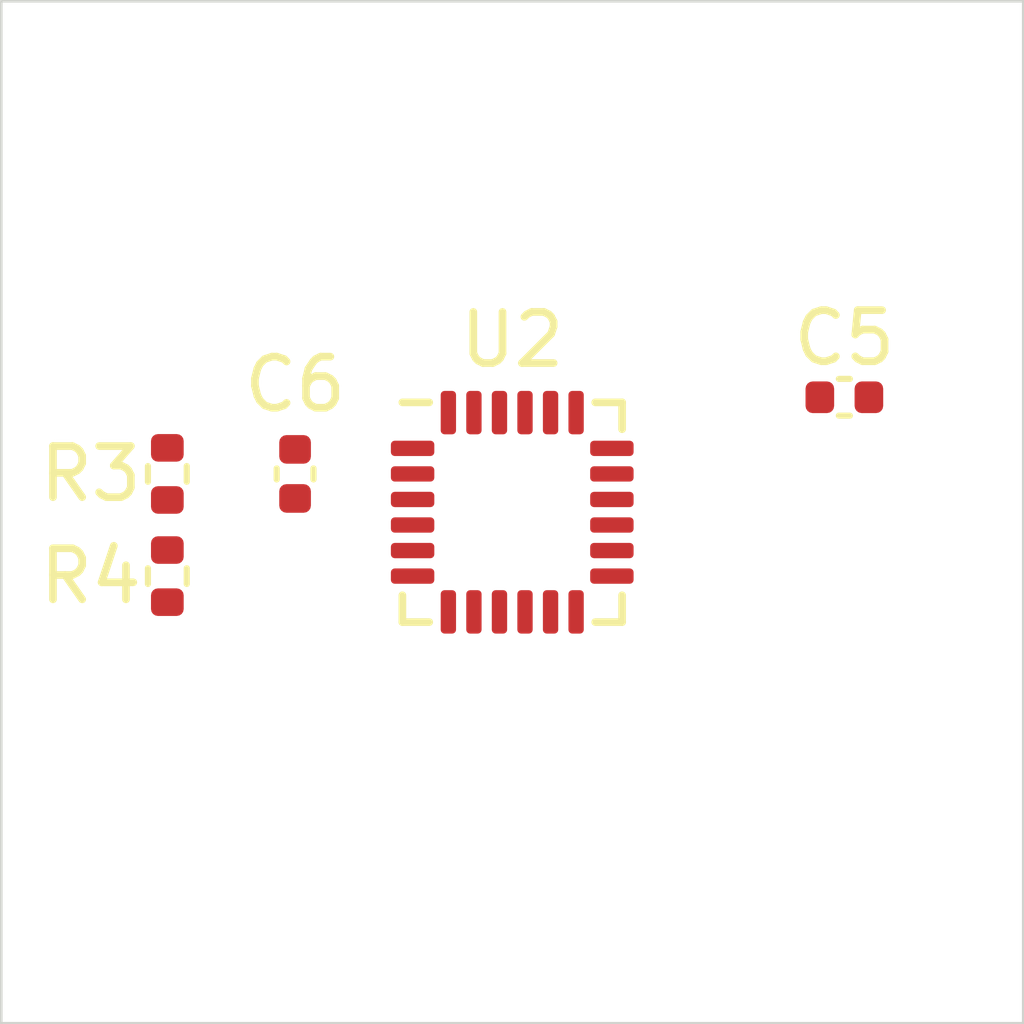
<source format=kicad_pcb>
(kicad_pcb (version 20171130) (host pcbnew 5.1.12-84ad8e8a86~92~ubuntu18.04.1)

  (general
    (thickness 1.6)
    (drawings 4)
    (tracks 0)
    (zones 0)
    (modules 5)
    (nets 8)
  )

  (page A4)
  (layers
    (0 F.Cu signal)
    (31 B.Cu signal)
    (32 B.Adhes user)
    (33 F.Adhes user)
    (34 B.Paste user)
    (35 F.Paste user)
    (36 B.SilkS user)
    (37 F.SilkS user)
    (38 B.Mask user)
    (39 F.Mask user)
    (40 Dwgs.User user)
    (41 Cmts.User user)
    (42 Eco1.User user)
    (43 Eco2.User user)
    (44 Edge.Cuts user)
    (45 Margin user)
    (46 B.CrtYd user)
    (47 F.CrtYd user)
    (48 B.Fab user hide)
    (49 F.Fab user hide)
  )

  (setup
    (last_trace_width 0.25)
    (user_trace_width 0.3)
    (user_trace_width 0.4)
    (user_trace_width 0.5)
    (trace_clearance 0.2)
    (zone_clearance 0.508)
    (zone_45_only no)
    (trace_min 0.2)
    (via_size 0.8)
    (via_drill 0.4)
    (via_min_size 0.4)
    (via_min_drill 0.3)
    (user_via 0.7 0.3)
    (uvia_size 0.3)
    (uvia_drill 0.1)
    (uvias_allowed no)
    (uvia_min_size 0.2)
    (uvia_min_drill 0.1)
    (edge_width 0.05)
    (segment_width 0.2)
    (pcb_text_width 0.3)
    (pcb_text_size 1.5 1.5)
    (mod_edge_width 0.12)
    (mod_text_size 1 1)
    (mod_text_width 0.15)
    (pad_size 1.524 1.524)
    (pad_drill 0.762)
    (pad_to_mask_clearance 0)
    (aux_axis_origin 0 0)
    (visible_elements 7FFFFFFF)
    (pcbplotparams
      (layerselection 0x010fc_ffffffff)
      (usegerberextensions false)
      (usegerberattributes true)
      (usegerberadvancedattributes true)
      (creategerberjobfile false)
      (excludeedgelayer true)
      (linewidth 0.100000)
      (plotframeref false)
      (viasonmask false)
      (mode 1)
      (useauxorigin false)
      (hpglpennumber 1)
      (hpglpenspeed 20)
      (hpglpendiameter 15.000000)
      (psnegative false)
      (psa4output false)
      (plotreference true)
      (plotvalue true)
      (plotinvisibletext false)
      (padsonsilk false)
      (subtractmaskfromsilk false)
      (outputformat 1)
      (mirror false)
      (drillshape 0)
      (scaleselection 1)
      (outputdirectory "gerber/"))
  )

  (net 0 "")
  (net 1 GND)
  (net 2 +3V3)
  (net 3 "Net-(C5-Pad1)")
  (net 4 "Net-(C6-Pad1)")
  (net 5 /IMU_INT)
  (net 6 /I2C_SDA)
  (net 7 /I2C_SCL)

  (net_class Default "This is the default net class."
    (clearance 0.2)
    (trace_width 0.25)
    (via_dia 0.8)
    (via_drill 0.4)
    (uvia_dia 0.3)
    (uvia_drill 0.1)
    (add_net +3V3)
    (add_net /I2C_SCL)
    (add_net /I2C_SDA)
    (add_net /IMU_INT)
    (add_net GND)
    (add_net "Net-(C5-Pad1)")
    (add_net "Net-(C6-Pad1)")
  )

  (module centered_comps:InvenSense_QFN-24_4x4mm_P0.5mm_no_inner_grid locked (layer F.Cu) (tedit 621BFAD0) (tstamp 621CB05C)
    (at 50 35)
    (descr "24-Lead Plastic QFN (4mm x 4mm); Pitch 0.5mm; EP 2.7x2.6mm; for InvenSense motion sensors; keepout area marked (Package see: https://store.invensense.com/datasheets/invensense/MPU-6050_DataSheet_V3%204.pdf; See also https://www.invensense.com/wp-content/uploads/2015/02/InvenSense-MEMS-Handling.pdf)")
    (tags "QFN 0.5")
    (path /60B69898)
    (attr smd)
    (fp_text reference U2 (at 0 -3.375) (layer F.SilkS)
      (effects (font (size 1 1) (thickness 0.15)))
    )
    (fp_text value MPU-6050 (at 0 3.375) (layer F.Fab)
      (effects (font (size 1 1) (thickness 0.15)))
    )
    (fp_line (start 2.15 -2.15) (end 1.625 -2.15) (layer F.SilkS) (width 0.15))
    (fp_line (start 2.15 2.15) (end 1.625 2.15) (layer F.SilkS) (width 0.15))
    (fp_line (start -2.15 2.15) (end -1.625 2.15) (layer F.SilkS) (width 0.15))
    (fp_line (start -2.15 -2.15) (end -1.625 -2.15) (layer F.SilkS) (width 0.15))
    (fp_line (start 2.15 2.15) (end 2.15 1.625) (layer F.SilkS) (width 0.15))
    (fp_line (start -2.15 2.15) (end -2.15 1.625) (layer F.SilkS) (width 0.15))
    (fp_line (start 2.15 -2.15) (end 2.15 -1.625) (layer F.SilkS) (width 0.15))
    (fp_line (start -2.65 2.65) (end 2.65 2.65) (layer F.CrtYd) (width 0.05))
    (fp_line (start -2.65 -2.65) (end 2.65 -2.65) (layer F.CrtYd) (width 0.05))
    (fp_line (start 2.65 -2.65) (end 2.65 2.65) (layer F.CrtYd) (width 0.05))
    (fp_line (start -2.65 -2.65) (end -2.65 2.65) (layer F.CrtYd) (width 0.05))
    (fp_line (start -2 -1) (end -1 -2) (layer F.Fab) (width 0.15))
    (fp_line (start -2 2) (end -2 -1) (layer F.Fab) (width 0.15))
    (fp_line (start 2 2) (end -2 2) (layer F.Fab) (width 0.15))
    (fp_line (start 2 -2) (end 2 2) (layer F.Fab) (width 0.15))
    (fp_line (start -1 -2) (end 2 -2) (layer F.Fab) (width 0.15))
    (fp_text user %R (at 0 0) (layer F.Fab)
      (effects (font (size 1 1) (thickness 0.15)))
    )
    (pad 1 smd roundrect (at -1.95 -1.25) (size 0.85 0.3) (layers F.Cu F.Paste F.Mask) (roundrect_rratio 0.25)
      (net 1 GND))
    (pad 2 smd roundrect (at -1.95 -0.75) (size 0.85 0.3) (layers F.Cu F.Paste F.Mask) (roundrect_rratio 0.25))
    (pad 3 smd roundrect (at -1.95 -0.25) (size 0.85 0.3) (layers F.Cu F.Paste F.Mask) (roundrect_rratio 0.25))
    (pad 4 smd roundrect (at -1.95 0.25) (size 0.85 0.3) (layers F.Cu F.Paste F.Mask) (roundrect_rratio 0.25))
    (pad 5 smd roundrect (at -1.95 0.75) (size 0.85 0.3) (layers F.Cu F.Paste F.Mask) (roundrect_rratio 0.25))
    (pad 6 smd roundrect (at -1.95 1.25) (size 0.85 0.3) (layers F.Cu F.Paste F.Mask) (roundrect_rratio 0.25))
    (pad 7 smd roundrect (at -1.25 1.95 90) (size 0.85 0.3) (layers F.Cu F.Paste F.Mask) (roundrect_rratio 0.25))
    (pad 8 smd roundrect (at -0.75 1.95 90) (size 0.85 0.3) (layers F.Cu F.Paste F.Mask) (roundrect_rratio 0.25)
      (net 2 +3V3))
    (pad 9 smd roundrect (at -0.25 1.95 90) (size 0.85 0.3) (layers F.Cu F.Paste F.Mask) (roundrect_rratio 0.25)
      (net 1 GND))
    (pad 10 smd roundrect (at 0.25 1.95 90) (size 0.85 0.3) (layers F.Cu F.Paste F.Mask) (roundrect_rratio 0.25)
      (net 3 "Net-(C5-Pad1)"))
    (pad 11 smd roundrect (at 0.75 1.95 90) (size 0.85 0.3) (layers F.Cu F.Paste F.Mask) (roundrect_rratio 0.25)
      (net 1 GND))
    (pad 12 smd roundrect (at 1.25 1.95 90) (size 0.85 0.3) (layers F.Cu F.Paste F.Mask) (roundrect_rratio 0.25)
      (net 5 /IMU_INT))
    (pad 13 smd roundrect (at 1.95 1.25) (size 0.85 0.3) (layers F.Cu F.Paste F.Mask) (roundrect_rratio 0.25)
      (net 2 +3V3))
    (pad 14 smd roundrect (at 1.95 0.75) (size 0.85 0.3) (layers F.Cu F.Paste F.Mask) (roundrect_rratio 0.25))
    (pad 15 smd roundrect (at 1.95 0.25) (size 0.85 0.3) (layers F.Cu F.Paste F.Mask) (roundrect_rratio 0.25))
    (pad 16 smd roundrect (at 1.95 -0.25) (size 0.85 0.3) (layers F.Cu F.Paste F.Mask) (roundrect_rratio 0.25))
    (pad 17 smd roundrect (at 1.95 -0.75) (size 0.85 0.3) (layers F.Cu F.Paste F.Mask) (roundrect_rratio 0.25))
    (pad 18 smd roundrect (at 1.95 -1.25) (size 0.85 0.3) (layers F.Cu F.Paste F.Mask) (roundrect_rratio 0.25)
      (net 1 GND))
    (pad 19 smd roundrect (at 1.25 -1.95 90) (size 0.85 0.3) (layers F.Cu F.Paste F.Mask) (roundrect_rratio 0.25))
    (pad 20 smd roundrect (at 0.75 -1.95 90) (size 0.85 0.3) (layers F.Cu F.Paste F.Mask) (roundrect_rratio 0.25)
      (net 4 "Net-(C6-Pad1)"))
    (pad 21 smd roundrect (at 0.25 -1.95 90) (size 0.85 0.3) (layers F.Cu F.Paste F.Mask) (roundrect_rratio 0.25))
    (pad 22 smd roundrect (at -0.25 -1.95 90) (size 0.85 0.3) (layers F.Cu F.Paste F.Mask) (roundrect_rratio 0.25))
    (pad 23 smd roundrect (at -0.75 -1.95 90) (size 0.85 0.3) (layers F.Cu F.Paste F.Mask) (roundrect_rratio 0.25)
      (net 7 /I2C_SCL))
    (pad 24 smd roundrect (at -1.25 -1.95 90) (size 0.85 0.3) (layers F.Cu F.Paste F.Mask) (roundrect_rratio 0.25)
      (net 6 /I2C_SDA))
    (model ${KISYS3DMOD}/Package_DFN_QFN.3dshapes/QFN-24-1EP_4x4mm_P0.5mm_EP2.7x2.6mm.wrl
      (at (xyz 0 0 0))
      (scale (xyz 1 1 1))
      (rotate (xyz 0 0 0))
    )
  )

  (module Resistor_SMD:R_0402_1005Metric (layer F.Cu) (tedit 5F68FEEE) (tstamp 60B6FE05)
    (at 43.25 36.25 90)
    (descr "Resistor SMD 0402 (1005 Metric), square (rectangular) end terminal, IPC_7351 nominal, (Body size source: IPC-SM-782 page 72, https://www.pcb-3d.com/wordpress/wp-content/uploads/ipc-sm-782a_amendment_1_and_2.pdf), generated with kicad-footprint-generator")
    (tags resistor)
    (path /60B817B2)
    (attr smd)
    (fp_text reference R4 (at 0 -1.5 180) (layer F.SilkS)
      (effects (font (size 1 1) (thickness 0.15)))
    )
    (fp_text value 2k2 (at 0 1.17 90) (layer F.Fab)
      (effects (font (size 1 1) (thickness 0.15)))
    )
    (fp_line (start 0.93 0.47) (end -0.93 0.47) (layer F.CrtYd) (width 0.05))
    (fp_line (start 0.93 -0.47) (end 0.93 0.47) (layer F.CrtYd) (width 0.05))
    (fp_line (start -0.93 -0.47) (end 0.93 -0.47) (layer F.CrtYd) (width 0.05))
    (fp_line (start -0.93 0.47) (end -0.93 -0.47) (layer F.CrtYd) (width 0.05))
    (fp_line (start -0.153641 0.38) (end 0.153641 0.38) (layer F.SilkS) (width 0.12))
    (fp_line (start -0.153641 -0.38) (end 0.153641 -0.38) (layer F.SilkS) (width 0.12))
    (fp_line (start 0.525 0.27) (end -0.525 0.27) (layer F.Fab) (width 0.1))
    (fp_line (start 0.525 -0.27) (end 0.525 0.27) (layer F.Fab) (width 0.1))
    (fp_line (start -0.525 -0.27) (end 0.525 -0.27) (layer F.Fab) (width 0.1))
    (fp_line (start -0.525 0.27) (end -0.525 -0.27) (layer F.Fab) (width 0.1))
    (fp_text user %R (at 0 0 90) (layer F.Fab)
      (effects (font (size 0.26 0.26) (thickness 0.04)))
    )
    (pad 2 smd roundrect (at 0.51 0 90) (size 0.54 0.64) (layers F.Cu F.Paste F.Mask) (roundrect_rratio 0.25)
      (net 6 /I2C_SDA))
    (pad 1 smd roundrect (at -0.51 0 90) (size 0.54 0.64) (layers F.Cu F.Paste F.Mask) (roundrect_rratio 0.25)
      (net 2 +3V3))
    (model ${KISYS3DMOD}/Resistor_SMD.3dshapes/R_0402_1005Metric.wrl
      (at (xyz 0 0 0))
      (scale (xyz 1 1 1))
      (rotate (xyz 0 0 0))
    )
  )

  (module Resistor_SMD:R_0402_1005Metric (layer F.Cu) (tedit 5F68FEEE) (tstamp 60B6FDF4)
    (at 43.25 34.25 270)
    (descr "Resistor SMD 0402 (1005 Metric), square (rectangular) end terminal, IPC_7351 nominal, (Body size source: IPC-SM-782 page 72, https://www.pcb-3d.com/wordpress/wp-content/uploads/ipc-sm-782a_amendment_1_and_2.pdf), generated with kicad-footprint-generator")
    (tags resistor)
    (path /60B82AFC)
    (attr smd)
    (fp_text reference R3 (at 0 1.5) (layer F.SilkS)
      (effects (font (size 1 1) (thickness 0.15)))
    )
    (fp_text value 2k2 (at 0 1.17 90) (layer F.Fab)
      (effects (font (size 1 1) (thickness 0.15)))
    )
    (fp_line (start 0.93 0.47) (end -0.93 0.47) (layer F.CrtYd) (width 0.05))
    (fp_line (start 0.93 -0.47) (end 0.93 0.47) (layer F.CrtYd) (width 0.05))
    (fp_line (start -0.93 -0.47) (end 0.93 -0.47) (layer F.CrtYd) (width 0.05))
    (fp_line (start -0.93 0.47) (end -0.93 -0.47) (layer F.CrtYd) (width 0.05))
    (fp_line (start -0.153641 0.38) (end 0.153641 0.38) (layer F.SilkS) (width 0.12))
    (fp_line (start -0.153641 -0.38) (end 0.153641 -0.38) (layer F.SilkS) (width 0.12))
    (fp_line (start 0.525 0.27) (end -0.525 0.27) (layer F.Fab) (width 0.1))
    (fp_line (start 0.525 -0.27) (end 0.525 0.27) (layer F.Fab) (width 0.1))
    (fp_line (start -0.525 -0.27) (end 0.525 -0.27) (layer F.Fab) (width 0.1))
    (fp_line (start -0.525 0.27) (end -0.525 -0.27) (layer F.Fab) (width 0.1))
    (fp_text user %R (at 0 0 90) (layer F.Fab)
      (effects (font (size 0.26 0.26) (thickness 0.04)))
    )
    (pad 2 smd roundrect (at 0.51 0 270) (size 0.54 0.64) (layers F.Cu F.Paste F.Mask) (roundrect_rratio 0.25)
      (net 7 /I2C_SCL))
    (pad 1 smd roundrect (at -0.51 0 270) (size 0.54 0.64) (layers F.Cu F.Paste F.Mask) (roundrect_rratio 0.25)
      (net 2 +3V3))
    (model ${KISYS3DMOD}/Resistor_SMD.3dshapes/R_0402_1005Metric.wrl
      (at (xyz 0 0 0))
      (scale (xyz 1 1 1))
      (rotate (xyz 0 0 0))
    )
  )

  (module Capacitor_SMD:C_0402_1005Metric (layer F.Cu) (tedit 5F68FEEE) (tstamp 60B6FD06)
    (at 45.75 34.25 90)
    (descr "Capacitor SMD 0402 (1005 Metric), square (rectangular) end terminal, IPC_7351 nominal, (Body size source: IPC-SM-782 page 76, https://www.pcb-3d.com/wordpress/wp-content/uploads/ipc-sm-782a_amendment_1_and_2.pdf), generated with kicad-footprint-generator")
    (tags capacitor)
    (path /60B7D013)
    (attr smd)
    (fp_text reference C6 (at 1.75 0 180) (layer F.SilkS)
      (effects (font (size 1 1) (thickness 0.15)))
    )
    (fp_text value 2n2 (at 0 1.16 90) (layer F.Fab)
      (effects (font (size 1 1) (thickness 0.15)))
    )
    (fp_line (start 0.91 0.46) (end -0.91 0.46) (layer F.CrtYd) (width 0.05))
    (fp_line (start 0.91 -0.46) (end 0.91 0.46) (layer F.CrtYd) (width 0.05))
    (fp_line (start -0.91 -0.46) (end 0.91 -0.46) (layer F.CrtYd) (width 0.05))
    (fp_line (start -0.91 0.46) (end -0.91 -0.46) (layer F.CrtYd) (width 0.05))
    (fp_line (start -0.107836 0.36) (end 0.107836 0.36) (layer F.SilkS) (width 0.12))
    (fp_line (start -0.107836 -0.36) (end 0.107836 -0.36) (layer F.SilkS) (width 0.12))
    (fp_line (start 0.5 0.25) (end -0.5 0.25) (layer F.Fab) (width 0.1))
    (fp_line (start 0.5 -0.25) (end 0.5 0.25) (layer F.Fab) (width 0.1))
    (fp_line (start -0.5 -0.25) (end 0.5 -0.25) (layer F.Fab) (width 0.1))
    (fp_line (start -0.5 0.25) (end -0.5 -0.25) (layer F.Fab) (width 0.1))
    (fp_text user %R (at 0 0 90) (layer F.Fab)
      (effects (font (size 0.25 0.25) (thickness 0.04)))
    )
    (pad 2 smd roundrect (at 0.48 0 90) (size 0.56 0.62) (layers F.Cu F.Paste F.Mask) (roundrect_rratio 0.25)
      (net 1 GND))
    (pad 1 smd roundrect (at -0.48 0 90) (size 0.56 0.62) (layers F.Cu F.Paste F.Mask) (roundrect_rratio 0.25)
      (net 4 "Net-(C6-Pad1)"))
    (model ${KISYS3DMOD}/Capacitor_SMD.3dshapes/C_0402_1005Metric.wrl
      (at (xyz 0 0 0))
      (scale (xyz 1 1 1))
      (rotate (xyz 0 0 0))
    )
  )

  (module Capacitor_SMD:C_0402_1005Metric (layer F.Cu) (tedit 5F68FEEE) (tstamp 60B72BCE)
    (at 56.5 32.75)
    (descr "Capacitor SMD 0402 (1005 Metric), square (rectangular) end terminal, IPC_7351 nominal, (Body size source: IPC-SM-782 page 76, https://www.pcb-3d.com/wordpress/wp-content/uploads/ipc-sm-782a_amendment_1_and_2.pdf), generated with kicad-footprint-generator")
    (tags capacitor)
    (path /60B7BC3D)
    (attr smd)
    (fp_text reference C5 (at 0 -1.16) (layer F.SilkS)
      (effects (font (size 1 1) (thickness 0.15)))
    )
    (fp_text value 100n (at 0 1.16) (layer F.Fab)
      (effects (font (size 1 1) (thickness 0.15)))
    )
    (fp_line (start 0.91 0.46) (end -0.91 0.46) (layer F.CrtYd) (width 0.05))
    (fp_line (start 0.91 -0.46) (end 0.91 0.46) (layer F.CrtYd) (width 0.05))
    (fp_line (start -0.91 -0.46) (end 0.91 -0.46) (layer F.CrtYd) (width 0.05))
    (fp_line (start -0.91 0.46) (end -0.91 -0.46) (layer F.CrtYd) (width 0.05))
    (fp_line (start -0.107836 0.36) (end 0.107836 0.36) (layer F.SilkS) (width 0.12))
    (fp_line (start -0.107836 -0.36) (end 0.107836 -0.36) (layer F.SilkS) (width 0.12))
    (fp_line (start 0.5 0.25) (end -0.5 0.25) (layer F.Fab) (width 0.1))
    (fp_line (start 0.5 -0.25) (end 0.5 0.25) (layer F.Fab) (width 0.1))
    (fp_line (start -0.5 -0.25) (end 0.5 -0.25) (layer F.Fab) (width 0.1))
    (fp_line (start -0.5 0.25) (end -0.5 -0.25) (layer F.Fab) (width 0.1))
    (fp_text user %R (at 0 0) (layer F.Fab)
      (effects (font (size 0.25 0.25) (thickness 0.04)))
    )
    (pad 2 smd roundrect (at 0.48 0) (size 0.56 0.62) (layers F.Cu F.Paste F.Mask) (roundrect_rratio 0.25)
      (net 1 GND))
    (pad 1 smd roundrect (at -0.48 0) (size 0.56 0.62) (layers F.Cu F.Paste F.Mask) (roundrect_rratio 0.25)
      (net 3 "Net-(C5-Pad1)"))
    (model ${KISYS3DMOD}/Capacitor_SMD.3dshapes/C_0402_1005Metric.wrl
      (at (xyz 0 0 0))
      (scale (xyz 1 1 1))
      (rotate (xyz 0 0 0))
    )
  )

  (gr_line (start 40 25) (end 60 25) (layer Edge.Cuts) (width 0.05))
  (gr_line (start 40 45) (end 40 25) (layer Edge.Cuts) (width 0.05))
  (gr_line (start 60 45) (end 60 25) (layer Edge.Cuts) (width 0.05))
  (gr_line (start 40 45) (end 60 45) (layer Edge.Cuts) (width 0.05))

)

</source>
